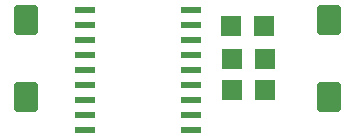
<source format=gtp>
G04*
G04 #@! TF.GenerationSoftware,Altium Limited,Altium Designer,19.0.12 (326)*
G04*
G04 Layer_Color=8421504*
%FSLAX25Y25*%
%MOIN*%
G70*
G01*
G75*
%ADD16R,0.06693X0.07087*%
G04:AMPARAMS|DCode=17|XSize=98.43mil|YSize=78.74mil|CornerRadius=9.84mil|HoleSize=0mil|Usage=FLASHONLY|Rotation=270.000|XOffset=0mil|YOffset=0mil|HoleType=Round|Shape=RoundedRectangle|*
%AMROUNDEDRECTD17*
21,1,0.09843,0.05906,0,0,270.0*
21,1,0.07874,0.07874,0,0,270.0*
1,1,0.01968,-0.02953,-0.03937*
1,1,0.01968,-0.02953,0.03937*
1,1,0.01968,0.02953,0.03937*
1,1,0.01968,0.02953,-0.03937*
%
%ADD17ROUNDEDRECTD17*%
%ADD18R,0.06600X0.02000*%
D16*
X199122Y452500D02*
D03*
X210146D02*
D03*
X199122Y442000D02*
D03*
X210146D02*
D03*
X198988Y463500D02*
D03*
X210012D02*
D03*
D17*
X231500Y439705D02*
D03*
Y465295D02*
D03*
X130500Y439705D02*
D03*
Y465295D02*
D03*
D18*
X150400Y468763D02*
D03*
Y463763D02*
D03*
Y458763D02*
D03*
Y453763D02*
D03*
Y448763D02*
D03*
Y443763D02*
D03*
Y438763D02*
D03*
Y433763D02*
D03*
Y428763D02*
D03*
X185600D02*
D03*
Y433763D02*
D03*
Y438763D02*
D03*
Y443763D02*
D03*
Y448763D02*
D03*
Y453763D02*
D03*
Y458763D02*
D03*
Y463763D02*
D03*
Y468763D02*
D03*
M02*

</source>
